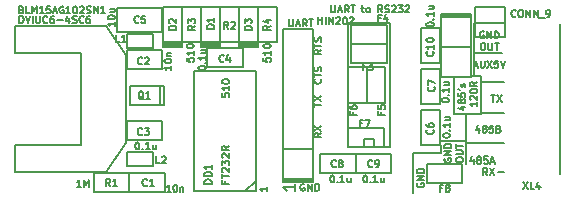
<source format=gbr>
G04 #@! TF.FileFunction,Legend,Top*
%FSLAX46Y46*%
G04 Gerber Fmt 4.6, Leading zero omitted, Abs format (unit mm)*
G04 Created by KiCad (PCBNEW 4.0.0-rc1-stable) date 25.10.2015 0:42:20*
%MOMM*%
G01*
G04 APERTURE LIST*
%ADD10C,0.100000*%
%ADD11C,0.150000*%
%ADD12C,0.127000*%
%ADD13C,0.149860*%
G04 APERTURE END LIST*
D10*
D11*
X163799999Y-80571429D02*
X163799999Y-81057143D01*
X163828571Y-81114286D01*
X163857142Y-81142857D01*
X163914285Y-81171429D01*
X164028571Y-81171429D01*
X164085713Y-81142857D01*
X164114285Y-81114286D01*
X164142856Y-81057143D01*
X164142856Y-80571429D01*
X164399999Y-81000000D02*
X164685713Y-81000000D01*
X164342856Y-81171429D02*
X164542856Y-80571429D01*
X164742856Y-81171429D01*
X165285713Y-81171429D02*
X165085713Y-80885714D01*
X164942856Y-81171429D02*
X164942856Y-80571429D01*
X165171428Y-80571429D01*
X165228570Y-80600000D01*
X165257142Y-80628571D01*
X165285713Y-80685714D01*
X165285713Y-80771429D01*
X165257142Y-80828571D01*
X165228570Y-80857143D01*
X165171428Y-80885714D01*
X164942856Y-80885714D01*
X165457142Y-80571429D02*
X165799999Y-80571429D01*
X165628570Y-81171429D02*
X165628570Y-80571429D01*
X166371428Y-80771429D02*
X166599999Y-80771429D01*
X166457142Y-80571429D02*
X166457142Y-81085714D01*
X166485714Y-81142857D01*
X166542856Y-81171429D01*
X166599999Y-81171429D01*
X166885713Y-81171429D02*
X166828571Y-81142857D01*
X166799999Y-81114286D01*
X166771428Y-81057143D01*
X166771428Y-80885714D01*
X166799999Y-80828571D01*
X166828571Y-80800000D01*
X166885713Y-80771429D01*
X166971428Y-80771429D01*
X167028571Y-80800000D01*
X167057142Y-80828571D01*
X167085713Y-80885714D01*
X167085713Y-81057143D01*
X167057142Y-81114286D01*
X167028571Y-81142857D01*
X166971428Y-81171429D01*
X166885713Y-81171429D01*
X168142856Y-81171429D02*
X167942856Y-80885714D01*
X167799999Y-81171429D02*
X167799999Y-80571429D01*
X168028571Y-80571429D01*
X168085713Y-80600000D01*
X168114285Y-80628571D01*
X168142856Y-80685714D01*
X168142856Y-80771429D01*
X168114285Y-80828571D01*
X168085713Y-80857143D01*
X168028571Y-80885714D01*
X167799999Y-80885714D01*
X168371428Y-81142857D02*
X168457142Y-81171429D01*
X168599999Y-81171429D01*
X168657142Y-81142857D01*
X168685713Y-81114286D01*
X168714285Y-81057143D01*
X168714285Y-81000000D01*
X168685713Y-80942857D01*
X168657142Y-80914286D01*
X168599999Y-80885714D01*
X168485713Y-80857143D01*
X168428571Y-80828571D01*
X168399999Y-80800000D01*
X168371428Y-80742857D01*
X168371428Y-80685714D01*
X168399999Y-80628571D01*
X168428571Y-80600000D01*
X168485713Y-80571429D01*
X168628571Y-80571429D01*
X168714285Y-80600000D01*
X168942857Y-80628571D02*
X168971428Y-80600000D01*
X169028571Y-80571429D01*
X169171428Y-80571429D01*
X169228571Y-80600000D01*
X169257142Y-80628571D01*
X169285714Y-80685714D01*
X169285714Y-80742857D01*
X169257142Y-80828571D01*
X168914285Y-81171429D01*
X169285714Y-81171429D01*
X169485714Y-80571429D02*
X169857143Y-80571429D01*
X169657143Y-80800000D01*
X169742857Y-80800000D01*
X169800000Y-80828571D01*
X169828571Y-80857143D01*
X169857143Y-80914286D01*
X169857143Y-81057143D01*
X169828571Y-81114286D01*
X169800000Y-81142857D01*
X169742857Y-81171429D01*
X169571429Y-81171429D01*
X169514286Y-81142857D01*
X169485714Y-81114286D01*
X170085715Y-80628571D02*
X170114286Y-80600000D01*
X170171429Y-80571429D01*
X170314286Y-80571429D01*
X170371429Y-80600000D01*
X170400000Y-80628571D01*
X170428572Y-80685714D01*
X170428572Y-80742857D01*
X170400000Y-80828571D01*
X170057143Y-81171429D01*
X170428572Y-81171429D01*
X170700000Y-93100000D02*
X170700000Y-96500000D01*
X173100000Y-93100000D02*
X170700000Y-93100000D01*
X173100000Y-92400000D02*
X173100000Y-93100000D01*
X175200000Y-92100000D02*
X173100000Y-92100000D01*
X173405000Y-93557142D02*
X173376429Y-93614285D01*
X173376429Y-93699999D01*
X173405000Y-93785714D01*
X173462143Y-93842856D01*
X173519286Y-93871428D01*
X173633571Y-93899999D01*
X173719286Y-93899999D01*
X173833571Y-93871428D01*
X173890714Y-93842856D01*
X173947857Y-93785714D01*
X173976429Y-93699999D01*
X173976429Y-93642856D01*
X173947857Y-93557142D01*
X173919286Y-93528571D01*
X173719286Y-93528571D01*
X173719286Y-93642856D01*
X173976429Y-93271428D02*
X173376429Y-93271428D01*
X173976429Y-92928571D01*
X173376429Y-92928571D01*
X173976429Y-92642857D02*
X173376429Y-92642857D01*
X173376429Y-92500000D01*
X173405000Y-92414285D01*
X173462143Y-92357143D01*
X173519286Y-92328571D01*
X173633571Y-92300000D01*
X173719286Y-92300000D01*
X173833571Y-92328571D01*
X173890714Y-92357143D01*
X173947857Y-92414285D01*
X173976429Y-92500000D01*
X173976429Y-92642857D01*
X174366429Y-93699999D02*
X174366429Y-93585713D01*
X174395000Y-93528571D01*
X174452143Y-93471428D01*
X174566429Y-93442856D01*
X174766429Y-93442856D01*
X174880714Y-93471428D01*
X174937857Y-93528571D01*
X174966429Y-93585713D01*
X174966429Y-93699999D01*
X174937857Y-93757142D01*
X174880714Y-93814285D01*
X174766429Y-93842856D01*
X174566429Y-93842856D01*
X174452143Y-93814285D01*
X174395000Y-93757142D01*
X174366429Y-93699999D01*
X174366429Y-93185714D02*
X174852143Y-93185714D01*
X174909286Y-93157142D01*
X174937857Y-93128571D01*
X174966429Y-93071428D01*
X174966429Y-92957142D01*
X174937857Y-92900000D01*
X174909286Y-92871428D01*
X174852143Y-92842857D01*
X174366429Y-92842857D01*
X174366429Y-92642857D02*
X174366429Y-92300000D01*
X174966429Y-92471429D02*
X174366429Y-92471429D01*
X171100000Y-95657142D02*
X171071429Y-95714285D01*
X171071429Y-95799999D01*
X171100000Y-95885714D01*
X171157143Y-95942856D01*
X171214286Y-95971428D01*
X171328571Y-95999999D01*
X171414286Y-95999999D01*
X171528571Y-95971428D01*
X171585714Y-95942856D01*
X171642857Y-95885714D01*
X171671429Y-95799999D01*
X171671429Y-95742856D01*
X171642857Y-95657142D01*
X171614286Y-95628571D01*
X171414286Y-95628571D01*
X171414286Y-95742856D01*
X171671429Y-95371428D02*
X171071429Y-95371428D01*
X171671429Y-95028571D01*
X171071429Y-95028571D01*
X171671429Y-94742857D02*
X171071429Y-94742857D01*
X171071429Y-94600000D01*
X171100000Y-94514285D01*
X171157143Y-94457143D01*
X171214286Y-94428571D01*
X171328571Y-94400000D01*
X171414286Y-94400000D01*
X171528571Y-94428571D01*
X171585714Y-94457143D01*
X171642857Y-94514285D01*
X171671429Y-94600000D01*
X171671429Y-94742857D01*
X161542858Y-95700000D02*
X161485715Y-95671429D01*
X161400001Y-95671429D01*
X161314286Y-95700000D01*
X161257144Y-95757143D01*
X161228572Y-95814286D01*
X161200001Y-95928571D01*
X161200001Y-96014286D01*
X161228572Y-96128571D01*
X161257144Y-96185714D01*
X161314286Y-96242857D01*
X161400001Y-96271429D01*
X161457144Y-96271429D01*
X161542858Y-96242857D01*
X161571429Y-96214286D01*
X161571429Y-96014286D01*
X161457144Y-96014286D01*
X161828572Y-96271429D02*
X161828572Y-95671429D01*
X162171429Y-96271429D01*
X162171429Y-95671429D01*
X162457143Y-96271429D02*
X162457143Y-95671429D01*
X162600000Y-95671429D01*
X162685715Y-95700000D01*
X162742857Y-95757143D01*
X162771429Y-95814286D01*
X162800000Y-95928571D01*
X162800000Y-96014286D01*
X162771429Y-96128571D01*
X162742857Y-96185714D01*
X162685715Y-96242857D01*
X162600000Y-96271429D01*
X162457143Y-96271429D01*
X162971429Y-91400000D02*
X162685714Y-91600000D01*
X162971429Y-91742857D02*
X162371429Y-91742857D01*
X162371429Y-91514285D01*
X162400000Y-91457143D01*
X162428571Y-91428571D01*
X162485714Y-91400000D01*
X162571429Y-91400000D01*
X162628571Y-91428571D01*
X162657143Y-91457143D01*
X162685714Y-91514285D01*
X162685714Y-91742857D01*
X162371429Y-91200000D02*
X162971429Y-90800000D01*
X162371429Y-90800000D02*
X162971429Y-91200000D01*
X162371429Y-89157143D02*
X162371429Y-88814286D01*
X162971429Y-88985715D02*
X162371429Y-88985715D01*
X162371429Y-88671429D02*
X162971429Y-88271429D01*
X162371429Y-88271429D02*
X162971429Y-88671429D01*
X162914286Y-86828572D02*
X162942857Y-86857143D01*
X162971429Y-86942857D01*
X162971429Y-87000000D01*
X162942857Y-87085715D01*
X162885714Y-87142857D01*
X162828571Y-87171429D01*
X162714286Y-87200000D01*
X162628571Y-87200000D01*
X162514286Y-87171429D01*
X162457143Y-87142857D01*
X162400000Y-87085715D01*
X162371429Y-87000000D01*
X162371429Y-86942857D01*
X162400000Y-86857143D01*
X162428571Y-86828572D01*
X162371429Y-86657143D02*
X162371429Y-86314286D01*
X162971429Y-86485715D02*
X162371429Y-86485715D01*
X162942857Y-86142857D02*
X162971429Y-86057143D01*
X162971429Y-85914286D01*
X162942857Y-85857143D01*
X162914286Y-85828572D01*
X162857143Y-85800000D01*
X162800000Y-85800000D01*
X162742857Y-85828572D01*
X162714286Y-85857143D01*
X162685714Y-85914286D01*
X162657143Y-86028572D01*
X162628571Y-86085714D01*
X162600000Y-86114286D01*
X162542857Y-86142857D01*
X162485714Y-86142857D01*
X162428571Y-86114286D01*
X162400000Y-86085714D01*
X162371429Y-86028572D01*
X162371429Y-85885714D01*
X162400000Y-85800000D01*
X162971429Y-84328572D02*
X162685714Y-84528572D01*
X162971429Y-84671429D02*
X162371429Y-84671429D01*
X162371429Y-84442857D01*
X162400000Y-84385715D01*
X162428571Y-84357143D01*
X162485714Y-84328572D01*
X162571429Y-84328572D01*
X162628571Y-84357143D01*
X162657143Y-84385715D01*
X162685714Y-84442857D01*
X162685714Y-84671429D01*
X162371429Y-84157143D02*
X162371429Y-83814286D01*
X162971429Y-83985715D02*
X162371429Y-83985715D01*
X162942857Y-83642857D02*
X162971429Y-83557143D01*
X162971429Y-83414286D01*
X162942857Y-83357143D01*
X162914286Y-83328572D01*
X162857143Y-83300000D01*
X162800000Y-83300000D01*
X162742857Y-83328572D01*
X162714286Y-83357143D01*
X162685714Y-83414286D01*
X162657143Y-83528572D01*
X162628571Y-83585714D01*
X162600000Y-83614286D01*
X162542857Y-83642857D01*
X162485714Y-83642857D01*
X162428571Y-83614286D01*
X162400000Y-83585714D01*
X162371429Y-83528572D01*
X162371429Y-83385714D01*
X162400000Y-83300000D01*
X160242857Y-81771429D02*
X160242857Y-82257143D01*
X160271429Y-82314286D01*
X160300000Y-82342857D01*
X160357143Y-82371429D01*
X160471429Y-82371429D01*
X160528571Y-82342857D01*
X160557143Y-82314286D01*
X160585714Y-82257143D01*
X160585714Y-81771429D01*
X160842857Y-82200000D02*
X161128571Y-82200000D01*
X160785714Y-82371429D02*
X160985714Y-81771429D01*
X161185714Y-82371429D01*
X161728571Y-82371429D02*
X161528571Y-82085714D01*
X161385714Y-82371429D02*
X161385714Y-81771429D01*
X161614286Y-81771429D01*
X161671428Y-81800000D01*
X161700000Y-81828571D01*
X161728571Y-81885714D01*
X161728571Y-81971429D01*
X161700000Y-82028571D01*
X161671428Y-82057143D01*
X161614286Y-82085714D01*
X161385714Y-82085714D01*
X161900000Y-81771429D02*
X162242857Y-81771429D01*
X162071428Y-82371429D02*
X162071428Y-81771429D01*
X178400000Y-94700000D02*
X177900000Y-94700000D01*
X175200000Y-92200000D02*
X175200000Y-94000000D01*
X175200000Y-92200000D02*
X175200000Y-89800000D01*
X178400000Y-92200000D02*
X175200000Y-92200000D01*
X178400000Y-89700000D02*
X176500000Y-89700000D01*
X178400000Y-87100000D02*
X176500000Y-87100000D01*
X175900000Y-84600000D02*
X175900000Y-86600000D01*
X175900000Y-82100000D02*
X178400000Y-82100000D01*
X175900000Y-84600000D02*
X175900000Y-82100000D01*
X178300000Y-84600000D02*
X175900000Y-84600000D01*
X176500000Y-86600000D02*
X175700000Y-86600000D01*
X176500000Y-89800000D02*
X176500000Y-86600000D01*
X174200000Y-89800000D02*
X176500000Y-89800000D01*
X174200000Y-86600000D02*
X174200000Y-89800000D01*
X174776429Y-89171429D02*
X175176429Y-89171429D01*
X174547857Y-89314286D02*
X174976429Y-89457143D01*
X174976429Y-89085715D01*
X174833571Y-88771429D02*
X174805000Y-88828571D01*
X174776429Y-88857143D01*
X174719286Y-88885714D01*
X174690714Y-88885714D01*
X174633571Y-88857143D01*
X174605000Y-88828571D01*
X174576429Y-88771429D01*
X174576429Y-88657143D01*
X174605000Y-88600000D01*
X174633571Y-88571429D01*
X174690714Y-88542857D01*
X174719286Y-88542857D01*
X174776429Y-88571429D01*
X174805000Y-88600000D01*
X174833571Y-88657143D01*
X174833571Y-88771429D01*
X174862143Y-88828571D01*
X174890714Y-88857143D01*
X174947857Y-88885714D01*
X175062143Y-88885714D01*
X175119286Y-88857143D01*
X175147857Y-88828571D01*
X175176429Y-88771429D01*
X175176429Y-88657143D01*
X175147857Y-88600000D01*
X175119286Y-88571429D01*
X175062143Y-88542857D01*
X174947857Y-88542857D01*
X174890714Y-88571429D01*
X174862143Y-88600000D01*
X174833571Y-88657143D01*
X174576429Y-88000000D02*
X174576429Y-88285714D01*
X174862143Y-88314285D01*
X174833571Y-88285714D01*
X174805000Y-88228571D01*
X174805000Y-88085714D01*
X174833571Y-88028571D01*
X174862143Y-88000000D01*
X174919286Y-87971428D01*
X175062143Y-87971428D01*
X175119286Y-88000000D01*
X175147857Y-88028571D01*
X175176429Y-88085714D01*
X175176429Y-88228571D01*
X175147857Y-88285714D01*
X175119286Y-88314285D01*
X174576429Y-87685713D02*
X174690714Y-87742856D01*
X175147857Y-87457142D02*
X175176429Y-87399999D01*
X175176429Y-87285714D01*
X175147857Y-87228571D01*
X175090714Y-87199999D01*
X175062143Y-87199999D01*
X175005000Y-87228571D01*
X174976429Y-87285714D01*
X174976429Y-87371428D01*
X174947857Y-87428571D01*
X174890714Y-87457142D01*
X174862143Y-87457142D01*
X174805000Y-87428571D01*
X174776429Y-87371428D01*
X174776429Y-87285714D01*
X174805000Y-87228571D01*
X176166429Y-88800000D02*
X176166429Y-89142857D01*
X176166429Y-88971429D02*
X175566429Y-88971429D01*
X175652143Y-89028572D01*
X175709286Y-89085714D01*
X175737857Y-89142857D01*
X175623571Y-88571428D02*
X175595000Y-88542857D01*
X175566429Y-88485714D01*
X175566429Y-88342857D01*
X175595000Y-88285714D01*
X175623571Y-88257143D01*
X175680714Y-88228571D01*
X175737857Y-88228571D01*
X175823571Y-88257143D01*
X176166429Y-88600000D01*
X176166429Y-88228571D01*
X175566429Y-87857142D02*
X175566429Y-87799999D01*
X175595000Y-87742856D01*
X175623571Y-87714285D01*
X175680714Y-87685714D01*
X175795000Y-87657142D01*
X175937857Y-87657142D01*
X176052143Y-87685714D01*
X176109286Y-87714285D01*
X176137857Y-87742856D01*
X176166429Y-87799999D01*
X176166429Y-87857142D01*
X176137857Y-87914285D01*
X176109286Y-87942856D01*
X176052143Y-87971428D01*
X175937857Y-87999999D01*
X175795000Y-87999999D01*
X175680714Y-87971428D01*
X175623571Y-87942856D01*
X175595000Y-87914285D01*
X175566429Y-87857142D01*
X176166429Y-87057142D02*
X175880714Y-87257142D01*
X176166429Y-87399999D02*
X175566429Y-87399999D01*
X175566429Y-87171427D01*
X175595000Y-87114285D01*
X175623571Y-87085713D01*
X175680714Y-87057142D01*
X175766429Y-87057142D01*
X175823571Y-87085713D01*
X175852143Y-87114285D01*
X175880714Y-87171427D01*
X175880714Y-87399999D01*
X176742858Y-82805000D02*
X176685715Y-82776429D01*
X176600001Y-82776429D01*
X176514286Y-82805000D01*
X176457144Y-82862143D01*
X176428572Y-82919286D01*
X176400001Y-83033571D01*
X176400001Y-83119286D01*
X176428572Y-83233571D01*
X176457144Y-83290714D01*
X176514286Y-83347857D01*
X176600001Y-83376429D01*
X176657144Y-83376429D01*
X176742858Y-83347857D01*
X176771429Y-83319286D01*
X176771429Y-83119286D01*
X176657144Y-83119286D01*
X177028572Y-83376429D02*
X177028572Y-82776429D01*
X177371429Y-83376429D01*
X177371429Y-82776429D01*
X177657143Y-83376429D02*
X177657143Y-82776429D01*
X177800000Y-82776429D01*
X177885715Y-82805000D01*
X177942857Y-82862143D01*
X177971429Y-82919286D01*
X178000000Y-83033571D01*
X178000000Y-83119286D01*
X177971429Y-83233571D01*
X177942857Y-83290714D01*
X177885715Y-83347857D01*
X177800000Y-83376429D01*
X177657143Y-83376429D01*
X176600001Y-83766429D02*
X176714287Y-83766429D01*
X176771429Y-83795000D01*
X176828572Y-83852143D01*
X176857144Y-83966429D01*
X176857144Y-84166429D01*
X176828572Y-84280714D01*
X176771429Y-84337857D01*
X176714287Y-84366429D01*
X176600001Y-84366429D01*
X176542858Y-84337857D01*
X176485715Y-84280714D01*
X176457144Y-84166429D01*
X176457144Y-83966429D01*
X176485715Y-83852143D01*
X176542858Y-83795000D01*
X176600001Y-83766429D01*
X177114286Y-83766429D02*
X177114286Y-84252143D01*
X177142858Y-84309286D01*
X177171429Y-84337857D01*
X177228572Y-84366429D01*
X177342858Y-84366429D01*
X177400000Y-84337857D01*
X177428572Y-84309286D01*
X177457143Y-84252143D01*
X177457143Y-83766429D01*
X177657143Y-83766429D02*
X178000000Y-83766429D01*
X177828571Y-84366429D02*
X177828571Y-83766429D01*
X175914286Y-85700000D02*
X176200000Y-85700000D01*
X175857143Y-85871429D02*
X176057143Y-85271429D01*
X176257143Y-85871429D01*
X176457143Y-85271429D02*
X176457143Y-85757143D01*
X176485715Y-85814286D01*
X176514286Y-85842857D01*
X176571429Y-85871429D01*
X176685715Y-85871429D01*
X176742857Y-85842857D01*
X176771429Y-85814286D01*
X176800000Y-85757143D01*
X176800000Y-85271429D01*
X177028571Y-85271429D02*
X177428571Y-85871429D01*
X177428571Y-85271429D02*
X177028571Y-85871429D01*
X177942857Y-85271429D02*
X177657143Y-85271429D01*
X177628572Y-85557143D01*
X177657143Y-85528571D01*
X177714286Y-85500000D01*
X177857143Y-85500000D01*
X177914286Y-85528571D01*
X177942857Y-85557143D01*
X177971429Y-85614286D01*
X177971429Y-85757143D01*
X177942857Y-85814286D01*
X177914286Y-85842857D01*
X177857143Y-85871429D01*
X177714286Y-85871429D01*
X177657143Y-85842857D01*
X177628572Y-85814286D01*
X178142858Y-85271429D02*
X178342858Y-85871429D01*
X178542858Y-85271429D01*
X177342857Y-88171429D02*
X177685714Y-88171429D01*
X177514285Y-88771429D02*
X177514285Y-88171429D01*
X177828571Y-88171429D02*
X178228571Y-88771429D01*
X178228571Y-88171429D02*
X177828571Y-88771429D01*
X176342857Y-90971429D02*
X176342857Y-91371429D01*
X176200000Y-90742857D02*
X176057143Y-91171429D01*
X176428571Y-91171429D01*
X176742857Y-91028571D02*
X176685715Y-91000000D01*
X176657143Y-90971429D01*
X176628572Y-90914286D01*
X176628572Y-90885714D01*
X176657143Y-90828571D01*
X176685715Y-90800000D01*
X176742857Y-90771429D01*
X176857143Y-90771429D01*
X176914286Y-90800000D01*
X176942857Y-90828571D01*
X176971429Y-90885714D01*
X176971429Y-90914286D01*
X176942857Y-90971429D01*
X176914286Y-91000000D01*
X176857143Y-91028571D01*
X176742857Y-91028571D01*
X176685715Y-91057143D01*
X176657143Y-91085714D01*
X176628572Y-91142857D01*
X176628572Y-91257143D01*
X176657143Y-91314286D01*
X176685715Y-91342857D01*
X176742857Y-91371429D01*
X176857143Y-91371429D01*
X176914286Y-91342857D01*
X176942857Y-91314286D01*
X176971429Y-91257143D01*
X176971429Y-91142857D01*
X176942857Y-91085714D01*
X176914286Y-91057143D01*
X176857143Y-91028571D01*
X177514286Y-90771429D02*
X177228572Y-90771429D01*
X177200001Y-91057143D01*
X177228572Y-91028571D01*
X177285715Y-91000000D01*
X177428572Y-91000000D01*
X177485715Y-91028571D01*
X177514286Y-91057143D01*
X177542858Y-91114286D01*
X177542858Y-91257143D01*
X177514286Y-91314286D01*
X177485715Y-91342857D01*
X177428572Y-91371429D01*
X177285715Y-91371429D01*
X177228572Y-91342857D01*
X177200001Y-91314286D01*
X178000001Y-91057143D02*
X178085715Y-91085714D01*
X178114287Y-91114286D01*
X178142858Y-91171429D01*
X178142858Y-91257143D01*
X178114287Y-91314286D01*
X178085715Y-91342857D01*
X178028573Y-91371429D01*
X177800001Y-91371429D01*
X177800001Y-90771429D01*
X178000001Y-90771429D01*
X178057144Y-90800000D01*
X178085715Y-90828571D01*
X178114287Y-90885714D01*
X178114287Y-90942857D01*
X178085715Y-91000000D01*
X178057144Y-91028571D01*
X178000001Y-91057143D01*
X177800001Y-91057143D01*
X175871427Y-93576429D02*
X175871427Y-93976429D01*
X175728570Y-93347857D02*
X175585713Y-93776429D01*
X175957141Y-93776429D01*
X176271427Y-93633571D02*
X176214285Y-93605000D01*
X176185713Y-93576429D01*
X176157142Y-93519286D01*
X176157142Y-93490714D01*
X176185713Y-93433571D01*
X176214285Y-93405000D01*
X176271427Y-93376429D01*
X176385713Y-93376429D01*
X176442856Y-93405000D01*
X176471427Y-93433571D01*
X176499999Y-93490714D01*
X176499999Y-93519286D01*
X176471427Y-93576429D01*
X176442856Y-93605000D01*
X176385713Y-93633571D01*
X176271427Y-93633571D01*
X176214285Y-93662143D01*
X176185713Y-93690714D01*
X176157142Y-93747857D01*
X176157142Y-93862143D01*
X176185713Y-93919286D01*
X176214285Y-93947857D01*
X176271427Y-93976429D01*
X176385713Y-93976429D01*
X176442856Y-93947857D01*
X176471427Y-93919286D01*
X176499999Y-93862143D01*
X176499999Y-93747857D01*
X176471427Y-93690714D01*
X176442856Y-93662143D01*
X176385713Y-93633571D01*
X177042856Y-93376429D02*
X176757142Y-93376429D01*
X176728571Y-93662143D01*
X176757142Y-93633571D01*
X176814285Y-93605000D01*
X176957142Y-93605000D01*
X177014285Y-93633571D01*
X177042856Y-93662143D01*
X177071428Y-93719286D01*
X177071428Y-93862143D01*
X177042856Y-93919286D01*
X177014285Y-93947857D01*
X176957142Y-93976429D01*
X176814285Y-93976429D01*
X176757142Y-93947857D01*
X176728571Y-93919286D01*
X177300000Y-93805000D02*
X177585714Y-93805000D01*
X177242857Y-93976429D02*
X177442857Y-93376429D01*
X177642857Y-93976429D01*
X177014285Y-94966429D02*
X176814285Y-94680714D01*
X176671428Y-94966429D02*
X176671428Y-94366429D01*
X176900000Y-94366429D01*
X176957142Y-94395000D01*
X176985714Y-94423571D01*
X177014285Y-94480714D01*
X177014285Y-94566429D01*
X176985714Y-94623571D01*
X176957142Y-94652143D01*
X176900000Y-94680714D01*
X176671428Y-94680714D01*
X177214285Y-94366429D02*
X177614285Y-94966429D01*
X177614285Y-94366429D02*
X177214285Y-94966429D01*
X146700000Y-95600000D02*
X146700000Y-94800000D01*
X146700000Y-94800000D02*
X149700000Y-94800000D01*
X149700000Y-94800000D02*
X149700000Y-96400000D01*
X149700000Y-96400000D02*
X146700000Y-96400000D01*
X146700000Y-96400000D02*
X146700000Y-95600000D01*
X149500000Y-85200000D02*
X149500000Y-86000000D01*
X149500000Y-86000000D02*
X146500000Y-86000000D01*
X146500000Y-86000000D02*
X146500000Y-84400000D01*
X146500000Y-84400000D02*
X149500000Y-84400000D01*
X149500000Y-84400000D02*
X149500000Y-85200000D01*
X146500000Y-91200000D02*
X146500000Y-90400000D01*
X146500000Y-90400000D02*
X149500000Y-90400000D01*
X149500000Y-90400000D02*
X149500000Y-92000000D01*
X149500000Y-92000000D02*
X146500000Y-92000000D01*
X146500000Y-92000000D02*
X146500000Y-91200000D01*
X153300000Y-85000000D02*
X153300000Y-84200000D01*
X153300000Y-84200000D02*
X156300000Y-84200000D01*
X156300000Y-84200000D02*
X156300000Y-85800000D01*
X156300000Y-85800000D02*
X153300000Y-85800000D01*
X153300000Y-85800000D02*
X153300000Y-85000000D01*
X145700000Y-80800000D02*
X149500000Y-80800000D01*
X149500000Y-80800000D02*
X149500000Y-82800000D01*
X149500000Y-82800000D02*
X145700000Y-82800000D01*
X145700000Y-82800000D02*
X145700000Y-80800000D01*
X172208000Y-89440500D02*
X173008000Y-89440500D01*
X173008000Y-89440500D02*
X173008000Y-92440500D01*
X173008000Y-92440500D02*
X171408000Y-92440500D01*
X171408000Y-92440500D02*
X171408000Y-89440500D01*
X171408000Y-89440500D02*
X172208000Y-89440500D01*
X172208000Y-85965900D02*
X173008000Y-85965900D01*
X173008000Y-85965900D02*
X173008000Y-88965900D01*
X173008000Y-88965900D02*
X171408000Y-88965900D01*
X171408000Y-88965900D02*
X171408000Y-85965900D01*
X171408000Y-85965900D02*
X172208000Y-85965900D01*
X162900000Y-94000000D02*
X162900000Y-93200000D01*
X162900000Y-93200000D02*
X165900000Y-93200000D01*
X165900000Y-93200000D02*
X165900000Y-94800000D01*
X165900000Y-94800000D02*
X162900000Y-94800000D01*
X162900000Y-94800000D02*
X162900000Y-94000000D01*
X168900000Y-94000000D02*
X168900000Y-94800000D01*
X168900000Y-94800000D02*
X165900000Y-94800000D01*
X165900000Y-94800000D02*
X165900000Y-93200000D01*
X165900000Y-93200000D02*
X168900000Y-93200000D01*
X168900000Y-93200000D02*
X168900000Y-94000000D01*
X172200000Y-85500000D02*
X171400000Y-85500000D01*
X171400000Y-85500000D02*
X171400000Y-82500000D01*
X171400000Y-82500000D02*
X173000000Y-82500000D01*
X173000000Y-82500000D02*
X173000000Y-85500000D01*
X173000000Y-85500000D02*
X172200000Y-85500000D01*
X154400000Y-83900000D02*
X154400000Y-84100000D01*
X154400000Y-84100000D02*
X152800000Y-84100000D01*
X152800000Y-84100000D02*
X152800000Y-83900000D01*
X154400000Y-83700000D02*
X154400000Y-83850000D01*
X154400000Y-83850000D02*
X152800000Y-83850000D01*
X152800000Y-83850000D02*
X152800000Y-83700000D01*
X152800000Y-83700000D02*
X152800000Y-83950000D01*
X152800000Y-83950000D02*
X154400000Y-83950000D01*
X154400000Y-83950000D02*
X154400000Y-83850000D01*
X153600000Y-80700000D02*
X154400000Y-80700000D01*
X154400000Y-80700000D02*
X154400000Y-83700000D01*
X154400000Y-83700000D02*
X152800000Y-83700000D01*
X152800000Y-83700000D02*
X152800000Y-80700000D01*
X152800000Y-80700000D02*
X153700000Y-80700000D01*
X151200000Y-83900000D02*
X151200000Y-84100000D01*
X151200000Y-84100000D02*
X149600000Y-84100000D01*
X149600000Y-84100000D02*
X149600000Y-83900000D01*
X151200000Y-83700000D02*
X151200000Y-83850000D01*
X151200000Y-83850000D02*
X149600000Y-83850000D01*
X149600000Y-83850000D02*
X149600000Y-83700000D01*
X149600000Y-83700000D02*
X149600000Y-83950000D01*
X149600000Y-83950000D02*
X151200000Y-83950000D01*
X151200000Y-83950000D02*
X151200000Y-83850000D01*
X150400000Y-80700000D02*
X151200000Y-80700000D01*
X151200000Y-80700000D02*
X151200000Y-83700000D01*
X151200000Y-83700000D02*
X149600000Y-83700000D01*
X149600000Y-83700000D02*
X149600000Y-80700000D01*
X149600000Y-80700000D02*
X150500000Y-80700000D01*
X157600000Y-83900000D02*
X157600000Y-84100000D01*
X157600000Y-84100000D02*
X156000000Y-84100000D01*
X156000000Y-84100000D02*
X156000000Y-83900000D01*
X157600000Y-83700000D02*
X157600000Y-83850000D01*
X157600000Y-83850000D02*
X156000000Y-83850000D01*
X156000000Y-83850000D02*
X156000000Y-83700000D01*
X156000000Y-83700000D02*
X156000000Y-83950000D01*
X156000000Y-83950000D02*
X157600000Y-83950000D01*
X157600000Y-83950000D02*
X157600000Y-83850000D01*
X156800000Y-80700000D02*
X157600000Y-80700000D01*
X157600000Y-80700000D02*
X157600000Y-83700000D01*
X157600000Y-83700000D02*
X156000000Y-83700000D01*
X156000000Y-83700000D02*
X156000000Y-80700000D01*
X156000000Y-80700000D02*
X156900000Y-80700000D01*
D12*
X168800860Y-92599940D02*
X168800860Y-82099580D01*
X168800860Y-82099580D02*
X165199140Y-82099580D01*
X165199140Y-82099580D02*
X165199140Y-92599940D01*
X166601220Y-92599940D02*
X166601220Y-91898900D01*
X166601220Y-91898900D02*
X167398780Y-91898900D01*
X167398780Y-91898900D02*
X167398780Y-92599940D01*
X167398780Y-92599940D02*
X167299720Y-92599940D01*
X168800860Y-92599940D02*
X165199140Y-92599940D01*
D11*
X156550000Y-96300000D02*
X157400000Y-95450000D01*
X152200000Y-86100000D02*
X152200000Y-91200000D01*
X152200000Y-91200000D02*
X152200000Y-96300000D01*
X152200000Y-96300000D02*
X157400000Y-96300000D01*
X157400000Y-96300000D02*
X157400000Y-91200000D01*
X157400000Y-91200000D02*
X157400000Y-86100000D01*
X157400000Y-86100000D02*
X152200000Y-86100000D01*
X168508000Y-84665900D02*
X168508000Y-85465900D01*
X168508000Y-85465900D02*
X165508000Y-85465900D01*
X165508000Y-85465900D02*
X165508000Y-83865900D01*
X165508000Y-83865900D02*
X168508000Y-83865900D01*
X168508000Y-83865900D02*
X168508000Y-84665900D01*
X168508000Y-83065900D02*
X168508000Y-83865900D01*
X168508000Y-83865900D02*
X165508000Y-83865900D01*
X165508000Y-83865900D02*
X165508000Y-82265900D01*
X165508000Y-82265900D02*
X168508000Y-82265900D01*
X168508000Y-82265900D02*
X168508000Y-83065900D01*
X167600000Y-88841000D02*
X166800000Y-88841000D01*
X166800000Y-88841000D02*
X166800000Y-85841000D01*
X166800000Y-85841000D02*
X168400000Y-85841000D01*
X168400000Y-85841000D02*
X168400000Y-88841000D01*
X168400000Y-88841000D02*
X167600000Y-88841000D01*
X166000000Y-88841000D02*
X165200000Y-88841000D01*
X165200000Y-88841000D02*
X165200000Y-85841000D01*
X165200000Y-85841000D02*
X166800000Y-85841000D01*
X166800000Y-85841000D02*
X166800000Y-88841000D01*
X166800000Y-88841000D02*
X166000000Y-88841000D01*
X168240900Y-91788500D02*
X168240900Y-92588500D01*
X168240900Y-92588500D02*
X165240900Y-92588500D01*
X165240900Y-92588500D02*
X165240900Y-90988500D01*
X165240900Y-90988500D02*
X168240900Y-90988500D01*
X168240900Y-90988500D02*
X168240900Y-91788500D01*
X174881100Y-94782300D02*
X174881100Y-95582300D01*
X174881100Y-95582300D02*
X171881100Y-95582300D01*
X171881100Y-95582300D02*
X171881100Y-93982300D01*
X171881100Y-93982300D02*
X174881100Y-93982300D01*
X174881100Y-93982300D02*
X174881100Y-94782300D01*
X147600000Y-84200000D02*
X146500000Y-84200000D01*
X146500000Y-84200000D02*
X146500000Y-83000000D01*
X146500000Y-83000000D02*
X148700000Y-83000000D01*
X148700000Y-83000000D02*
X148700000Y-84200000D01*
X148700000Y-84200000D02*
X147600000Y-84200000D01*
X147600000Y-94200000D02*
X146500000Y-94200000D01*
X146500000Y-94200000D02*
X146500000Y-93000000D01*
X146500000Y-93000000D02*
X148700000Y-93000000D01*
X148700000Y-93000000D02*
X148700000Y-94200000D01*
X148700000Y-94200000D02*
X147600000Y-94200000D01*
X146700000Y-95600000D02*
X146700000Y-96400000D01*
X146700000Y-96400000D02*
X143700000Y-96400000D01*
X143700000Y-96400000D02*
X143700000Y-94800000D01*
X143700000Y-94800000D02*
X146700000Y-94800000D01*
X146700000Y-94800000D02*
X146700000Y-95600000D01*
X155200000Y-83700000D02*
X154400000Y-83700000D01*
X154400000Y-83700000D02*
X154400000Y-80700000D01*
X154400000Y-80700000D02*
X156000000Y-80700000D01*
X156000000Y-80700000D02*
X156000000Y-83700000D01*
X156000000Y-83700000D02*
X155200000Y-83700000D01*
X152000000Y-83700000D02*
X151200000Y-83700000D01*
X151200000Y-83700000D02*
X151200000Y-80700000D01*
X151200000Y-80700000D02*
X152800000Y-80700000D01*
X152800000Y-80700000D02*
X152800000Y-83700000D01*
X152800000Y-83700000D02*
X152000000Y-83700000D01*
X158400000Y-83700000D02*
X157600000Y-83700000D01*
X157600000Y-83700000D02*
X157600000Y-80700000D01*
X157600000Y-80700000D02*
X159200000Y-80700000D01*
X159200000Y-80700000D02*
X159200000Y-83700000D01*
X159200000Y-83700000D02*
X158400000Y-83700000D01*
X137000000Y-84600000D02*
X137000000Y-82300000D01*
X137000000Y-82300000D02*
X144700000Y-82300000D01*
X144700000Y-82300000D02*
X146400000Y-84800000D01*
X146400000Y-84800000D02*
X146400000Y-92200000D01*
X146400000Y-92200000D02*
X144700000Y-94700000D01*
X144700000Y-94700000D02*
X137000000Y-94700000D01*
X137000000Y-94700000D02*
X137000000Y-92400000D01*
X137000000Y-84600000D02*
X142600000Y-84600000D01*
X142600000Y-84600000D02*
X142600000Y-92400000D01*
X142600000Y-92400000D02*
X137000000Y-92400000D01*
X162270000Y-82570000D02*
X162270000Y-85110000D01*
X159730000Y-85110000D02*
X159730000Y-82570000D01*
X162270000Y-95270000D02*
X162270000Y-95524000D01*
X162270000Y-95524000D02*
X159730000Y-95524000D01*
X159730000Y-95524000D02*
X159730000Y-95270000D01*
X159730000Y-95270000D02*
X159730000Y-95397000D01*
X159730000Y-95397000D02*
X162270000Y-95397000D01*
X159730000Y-92730000D02*
X162270000Y-92730000D01*
X159730000Y-95270000D02*
X159730000Y-85110000D01*
X159730000Y-82570000D02*
X162270000Y-82570000D01*
X162270000Y-85110000D02*
X162270000Y-95270000D01*
X162270000Y-95270000D02*
X159730000Y-95270000D01*
X178480700Y-83297200D02*
X175940700Y-83297200D01*
X175940700Y-80757200D02*
X178480700Y-80757200D01*
X178480700Y-80757200D02*
X178480700Y-83297200D01*
X175940700Y-83297200D02*
X175940700Y-80757200D01*
X173130000Y-86610000D02*
X173130000Y-81530000D01*
X175670000Y-86610000D02*
X175670000Y-81530000D01*
X173130000Y-81403000D02*
X173130000Y-81530000D01*
X175670000Y-81530000D02*
X175670000Y-81276000D01*
X175670000Y-81276000D02*
X173130000Y-81276000D01*
X173130000Y-81276000D02*
X173130000Y-81403000D01*
X173130000Y-81403000D02*
X175543000Y-81403000D01*
X175670000Y-84070000D02*
X173130000Y-84070000D01*
X175670000Y-86610000D02*
X173130000Y-86610000D01*
X173130000Y-81530000D02*
X175670000Y-81530000D01*
X149300000Y-87400000D02*
X149300000Y-89000000D01*
D13*
X149650340Y-87399900D02*
X149650340Y-89000100D01*
X149650340Y-89000100D02*
X146749660Y-89000100D01*
X146749660Y-89000100D02*
X146749660Y-87399900D01*
X146749660Y-87399900D02*
X149650340Y-87399900D01*
D11*
X183200000Y-82150000D02*
X183200000Y-94850000D01*
X148200000Y-95814286D02*
X148171429Y-95842857D01*
X148085715Y-95871429D01*
X148028572Y-95871429D01*
X147942857Y-95842857D01*
X147885715Y-95785714D01*
X147857143Y-95728571D01*
X147828572Y-95614286D01*
X147828572Y-95528571D01*
X147857143Y-95414286D01*
X147885715Y-95357143D01*
X147942857Y-95300000D01*
X148028572Y-95271429D01*
X148085715Y-95271429D01*
X148171429Y-95300000D01*
X148200000Y-95328571D01*
X148771429Y-95871429D02*
X148428572Y-95871429D01*
X148600000Y-95871429D02*
X148600000Y-95271429D01*
X148542857Y-95357143D01*
X148485715Y-95414286D01*
X148428572Y-95442857D01*
X150214286Y-96371429D02*
X149871429Y-96371429D01*
X150042857Y-96371429D02*
X150042857Y-95771429D01*
X149985714Y-95857143D01*
X149928572Y-95914286D01*
X149871429Y-95942857D01*
X150585715Y-95771429D02*
X150642858Y-95771429D01*
X150700001Y-95800000D01*
X150728572Y-95828571D01*
X150757143Y-95885714D01*
X150785715Y-96000000D01*
X150785715Y-96142857D01*
X150757143Y-96257143D01*
X150728572Y-96314286D01*
X150700001Y-96342857D01*
X150642858Y-96371429D01*
X150585715Y-96371429D01*
X150528572Y-96342857D01*
X150500001Y-96314286D01*
X150471429Y-96257143D01*
X150442858Y-96142857D01*
X150442858Y-96000000D01*
X150471429Y-95885714D01*
X150500001Y-95828571D01*
X150528572Y-95800000D01*
X150585715Y-95771429D01*
X151042858Y-95971429D02*
X151042858Y-96371429D01*
X151042858Y-96028571D02*
X151071430Y-96000000D01*
X151128572Y-95971429D01*
X151214287Y-95971429D01*
X151271430Y-96000000D01*
X151300001Y-96057143D01*
X151300001Y-96371429D01*
X147800000Y-85514286D02*
X147771429Y-85542857D01*
X147685715Y-85571429D01*
X147628572Y-85571429D01*
X147542857Y-85542857D01*
X147485715Y-85485714D01*
X147457143Y-85428571D01*
X147428572Y-85314286D01*
X147428572Y-85228571D01*
X147457143Y-85114286D01*
X147485715Y-85057143D01*
X147542857Y-85000000D01*
X147628572Y-84971429D01*
X147685715Y-84971429D01*
X147771429Y-85000000D01*
X147800000Y-85028571D01*
X148028572Y-85028571D02*
X148057143Y-85000000D01*
X148114286Y-84971429D01*
X148257143Y-84971429D01*
X148314286Y-85000000D01*
X148342857Y-85028571D01*
X148371429Y-85085714D01*
X148371429Y-85142857D01*
X148342857Y-85228571D01*
X148000000Y-85571429D01*
X148371429Y-85571429D01*
X150271429Y-85685714D02*
X150271429Y-86028571D01*
X150271429Y-85857143D02*
X149671429Y-85857143D01*
X149757143Y-85914286D01*
X149814286Y-85971428D01*
X149842857Y-86028571D01*
X149671429Y-85314285D02*
X149671429Y-85257142D01*
X149700000Y-85199999D01*
X149728571Y-85171428D01*
X149785714Y-85142857D01*
X149900000Y-85114285D01*
X150042857Y-85114285D01*
X150157143Y-85142857D01*
X150214286Y-85171428D01*
X150242857Y-85199999D01*
X150271429Y-85257142D01*
X150271429Y-85314285D01*
X150242857Y-85371428D01*
X150214286Y-85399999D01*
X150157143Y-85428571D01*
X150042857Y-85457142D01*
X149900000Y-85457142D01*
X149785714Y-85428571D01*
X149728571Y-85399999D01*
X149700000Y-85371428D01*
X149671429Y-85314285D01*
X149871429Y-84857142D02*
X150271429Y-84857142D01*
X149928571Y-84857142D02*
X149900000Y-84828570D01*
X149871429Y-84771428D01*
X149871429Y-84685713D01*
X149900000Y-84628570D01*
X149957143Y-84599999D01*
X150271429Y-84599999D01*
X147800000Y-91514286D02*
X147771429Y-91542857D01*
X147685715Y-91571429D01*
X147628572Y-91571429D01*
X147542857Y-91542857D01*
X147485715Y-91485714D01*
X147457143Y-91428571D01*
X147428572Y-91314286D01*
X147428572Y-91228571D01*
X147457143Y-91114286D01*
X147485715Y-91057143D01*
X147542857Y-91000000D01*
X147628572Y-90971429D01*
X147685715Y-90971429D01*
X147771429Y-91000000D01*
X147800000Y-91028571D01*
X148000000Y-90971429D02*
X148371429Y-90971429D01*
X148171429Y-91200000D01*
X148257143Y-91200000D01*
X148314286Y-91228571D01*
X148342857Y-91257143D01*
X148371429Y-91314286D01*
X148371429Y-91457143D01*
X148342857Y-91514286D01*
X148314286Y-91542857D01*
X148257143Y-91571429D01*
X148085715Y-91571429D01*
X148028572Y-91542857D01*
X148000000Y-91514286D01*
X147371429Y-92171429D02*
X147428572Y-92171429D01*
X147485715Y-92200000D01*
X147514286Y-92228571D01*
X147542857Y-92285714D01*
X147571429Y-92400000D01*
X147571429Y-92542857D01*
X147542857Y-92657143D01*
X147514286Y-92714286D01*
X147485715Y-92742857D01*
X147428572Y-92771429D01*
X147371429Y-92771429D01*
X147314286Y-92742857D01*
X147285715Y-92714286D01*
X147257143Y-92657143D01*
X147228572Y-92542857D01*
X147228572Y-92400000D01*
X147257143Y-92285714D01*
X147285715Y-92228571D01*
X147314286Y-92200000D01*
X147371429Y-92171429D01*
X147828572Y-92714286D02*
X147857144Y-92742857D01*
X147828572Y-92771429D01*
X147800001Y-92742857D01*
X147828572Y-92714286D01*
X147828572Y-92771429D01*
X148428572Y-92771429D02*
X148085715Y-92771429D01*
X148257143Y-92771429D02*
X148257143Y-92171429D01*
X148200000Y-92257143D01*
X148142858Y-92314286D01*
X148085715Y-92342857D01*
X148942858Y-92371429D02*
X148942858Y-92771429D01*
X148685715Y-92371429D02*
X148685715Y-92685714D01*
X148714287Y-92742857D01*
X148771429Y-92771429D01*
X148857144Y-92771429D01*
X148914287Y-92742857D01*
X148942858Y-92714286D01*
X154700000Y-85314286D02*
X154671429Y-85342857D01*
X154585715Y-85371429D01*
X154528572Y-85371429D01*
X154442857Y-85342857D01*
X154385715Y-85285714D01*
X154357143Y-85228571D01*
X154328572Y-85114286D01*
X154328572Y-85028571D01*
X154357143Y-84914286D01*
X154385715Y-84857143D01*
X154442857Y-84800000D01*
X154528572Y-84771429D01*
X154585715Y-84771429D01*
X154671429Y-84800000D01*
X154700000Y-84828571D01*
X155214286Y-84971429D02*
X155214286Y-85371429D01*
X155071429Y-84742857D02*
X154928572Y-85171429D01*
X155300000Y-85171429D01*
X152571429Y-85928571D02*
X152571429Y-85871428D01*
X152600000Y-85814285D01*
X152628571Y-85785714D01*
X152685714Y-85757143D01*
X152800000Y-85728571D01*
X152942857Y-85728571D01*
X153057143Y-85757143D01*
X153114286Y-85785714D01*
X153142857Y-85814285D01*
X153171429Y-85871428D01*
X153171429Y-85928571D01*
X153142857Y-85985714D01*
X153114286Y-86014285D01*
X153057143Y-86042857D01*
X152942857Y-86071428D01*
X152800000Y-86071428D01*
X152685714Y-86042857D01*
X152628571Y-86014285D01*
X152600000Y-85985714D01*
X152571429Y-85928571D01*
X153114286Y-85471428D02*
X153142857Y-85442856D01*
X153171429Y-85471428D01*
X153142857Y-85499999D01*
X153114286Y-85471428D01*
X153171429Y-85471428D01*
X153171429Y-84871428D02*
X153171429Y-85214285D01*
X153171429Y-85042857D02*
X152571429Y-85042857D01*
X152657143Y-85100000D01*
X152714286Y-85157142D01*
X152742857Y-85214285D01*
X152771429Y-84357142D02*
X153171429Y-84357142D01*
X152771429Y-84614285D02*
X153085714Y-84614285D01*
X153142857Y-84585713D01*
X153171429Y-84528571D01*
X153171429Y-84442856D01*
X153142857Y-84385713D01*
X153114286Y-84357142D01*
X147500000Y-82014286D02*
X147471429Y-82042857D01*
X147385715Y-82071429D01*
X147328572Y-82071429D01*
X147242857Y-82042857D01*
X147185715Y-81985714D01*
X147157143Y-81928571D01*
X147128572Y-81814286D01*
X147128572Y-81728571D01*
X147157143Y-81614286D01*
X147185715Y-81557143D01*
X147242857Y-81500000D01*
X147328572Y-81471429D01*
X147385715Y-81471429D01*
X147471429Y-81500000D01*
X147500000Y-81528571D01*
X148042857Y-81471429D02*
X147757143Y-81471429D01*
X147728572Y-81757143D01*
X147757143Y-81728571D01*
X147814286Y-81700000D01*
X147957143Y-81700000D01*
X148014286Y-81728571D01*
X148042857Y-81757143D01*
X148071429Y-81814286D01*
X148071429Y-81957143D01*
X148042857Y-82014286D01*
X148014286Y-82042857D01*
X147957143Y-82071429D01*
X147814286Y-82071429D01*
X147757143Y-82042857D01*
X147728572Y-82014286D01*
X145471429Y-81985714D02*
X145471429Y-82328571D01*
X145471429Y-82157143D02*
X144871429Y-82157143D01*
X144957143Y-82214286D01*
X145014286Y-82271428D01*
X145042857Y-82328571D01*
X144871429Y-81614285D02*
X144871429Y-81557142D01*
X144900000Y-81499999D01*
X144928571Y-81471428D01*
X144985714Y-81442857D01*
X145100000Y-81414285D01*
X145242857Y-81414285D01*
X145357143Y-81442857D01*
X145414286Y-81471428D01*
X145442857Y-81499999D01*
X145471429Y-81557142D01*
X145471429Y-81614285D01*
X145442857Y-81671428D01*
X145414286Y-81699999D01*
X145357143Y-81728571D01*
X145242857Y-81757142D01*
X145100000Y-81757142D01*
X144985714Y-81728571D01*
X144928571Y-81699999D01*
X144900000Y-81671428D01*
X144871429Y-81614285D01*
X145071429Y-80899999D02*
X145471429Y-80899999D01*
X145071429Y-81157142D02*
X145385714Y-81157142D01*
X145442857Y-81128570D01*
X145471429Y-81071428D01*
X145471429Y-80985713D01*
X145442857Y-80928570D01*
X145414286Y-80899999D01*
X172414286Y-91100000D02*
X172442857Y-91128571D01*
X172471429Y-91214285D01*
X172471429Y-91271428D01*
X172442857Y-91357143D01*
X172385714Y-91414285D01*
X172328571Y-91442857D01*
X172214286Y-91471428D01*
X172128571Y-91471428D01*
X172014286Y-91442857D01*
X171957143Y-91414285D01*
X171900000Y-91357143D01*
X171871429Y-91271428D01*
X171871429Y-91214285D01*
X171900000Y-91128571D01*
X171928571Y-91100000D01*
X171871429Y-90585714D02*
X171871429Y-90700000D01*
X171900000Y-90757143D01*
X171928571Y-90785714D01*
X172014286Y-90842857D01*
X172128571Y-90871428D01*
X172357143Y-90871428D01*
X172414286Y-90842857D01*
X172442857Y-90814285D01*
X172471429Y-90757143D01*
X172471429Y-90642857D01*
X172442857Y-90585714D01*
X172414286Y-90557143D01*
X172357143Y-90528571D01*
X172214286Y-90528571D01*
X172157143Y-90557143D01*
X172128571Y-90585714D01*
X172100000Y-90642857D01*
X172100000Y-90757143D01*
X172128571Y-90814285D01*
X172157143Y-90842857D01*
X172214286Y-90871428D01*
X173271429Y-91628571D02*
X173271429Y-91571428D01*
X173300000Y-91514285D01*
X173328571Y-91485714D01*
X173385714Y-91457143D01*
X173500000Y-91428571D01*
X173642857Y-91428571D01*
X173757143Y-91457143D01*
X173814286Y-91485714D01*
X173842857Y-91514285D01*
X173871429Y-91571428D01*
X173871429Y-91628571D01*
X173842857Y-91685714D01*
X173814286Y-91714285D01*
X173757143Y-91742857D01*
X173642857Y-91771428D01*
X173500000Y-91771428D01*
X173385714Y-91742857D01*
X173328571Y-91714285D01*
X173300000Y-91685714D01*
X173271429Y-91628571D01*
X173814286Y-91171428D02*
X173842857Y-91142856D01*
X173871429Y-91171428D01*
X173842857Y-91199999D01*
X173814286Y-91171428D01*
X173871429Y-91171428D01*
X173871429Y-90571428D02*
X173871429Y-90914285D01*
X173871429Y-90742857D02*
X173271429Y-90742857D01*
X173357143Y-90800000D01*
X173414286Y-90857142D01*
X173442857Y-90914285D01*
X173471429Y-90057142D02*
X173871429Y-90057142D01*
X173471429Y-90314285D02*
X173785714Y-90314285D01*
X173842857Y-90285713D01*
X173871429Y-90228571D01*
X173871429Y-90142856D01*
X173842857Y-90085713D01*
X173814286Y-90057142D01*
X172514286Y-87500000D02*
X172542857Y-87528571D01*
X172571429Y-87614285D01*
X172571429Y-87671428D01*
X172542857Y-87757143D01*
X172485714Y-87814285D01*
X172428571Y-87842857D01*
X172314286Y-87871428D01*
X172228571Y-87871428D01*
X172114286Y-87842857D01*
X172057143Y-87814285D01*
X172000000Y-87757143D01*
X171971429Y-87671428D01*
X171971429Y-87614285D01*
X172000000Y-87528571D01*
X172028571Y-87500000D01*
X171971429Y-87300000D02*
X171971429Y-86900000D01*
X172571429Y-87157143D01*
X173171429Y-88628571D02*
X173171429Y-88571428D01*
X173200000Y-88514285D01*
X173228571Y-88485714D01*
X173285714Y-88457143D01*
X173400000Y-88428571D01*
X173542857Y-88428571D01*
X173657143Y-88457143D01*
X173714286Y-88485714D01*
X173742857Y-88514285D01*
X173771429Y-88571428D01*
X173771429Y-88628571D01*
X173742857Y-88685714D01*
X173714286Y-88714285D01*
X173657143Y-88742857D01*
X173542857Y-88771428D01*
X173400000Y-88771428D01*
X173285714Y-88742857D01*
X173228571Y-88714285D01*
X173200000Y-88685714D01*
X173171429Y-88628571D01*
X173714286Y-88171428D02*
X173742857Y-88142856D01*
X173771429Y-88171428D01*
X173742857Y-88199999D01*
X173714286Y-88171428D01*
X173771429Y-88171428D01*
X173771429Y-87571428D02*
X173771429Y-87914285D01*
X173771429Y-87742857D02*
X173171429Y-87742857D01*
X173257143Y-87800000D01*
X173314286Y-87857142D01*
X173342857Y-87914285D01*
X173371429Y-87057142D02*
X173771429Y-87057142D01*
X173371429Y-87314285D02*
X173685714Y-87314285D01*
X173742857Y-87285713D01*
X173771429Y-87228571D01*
X173771429Y-87142856D01*
X173742857Y-87085713D01*
X173714286Y-87057142D01*
X164200000Y-94214286D02*
X164171429Y-94242857D01*
X164085715Y-94271429D01*
X164028572Y-94271429D01*
X163942857Y-94242857D01*
X163885715Y-94185714D01*
X163857143Y-94128571D01*
X163828572Y-94014286D01*
X163828572Y-93928571D01*
X163857143Y-93814286D01*
X163885715Y-93757143D01*
X163942857Y-93700000D01*
X164028572Y-93671429D01*
X164085715Y-93671429D01*
X164171429Y-93700000D01*
X164200000Y-93728571D01*
X164542857Y-93928571D02*
X164485715Y-93900000D01*
X164457143Y-93871429D01*
X164428572Y-93814286D01*
X164428572Y-93785714D01*
X164457143Y-93728571D01*
X164485715Y-93700000D01*
X164542857Y-93671429D01*
X164657143Y-93671429D01*
X164714286Y-93700000D01*
X164742857Y-93728571D01*
X164771429Y-93785714D01*
X164771429Y-93814286D01*
X164742857Y-93871429D01*
X164714286Y-93900000D01*
X164657143Y-93928571D01*
X164542857Y-93928571D01*
X164485715Y-93957143D01*
X164457143Y-93985714D01*
X164428572Y-94042857D01*
X164428572Y-94157143D01*
X164457143Y-94214286D01*
X164485715Y-94242857D01*
X164542857Y-94271429D01*
X164657143Y-94271429D01*
X164714286Y-94242857D01*
X164742857Y-94214286D01*
X164771429Y-94157143D01*
X164771429Y-94042857D01*
X164742857Y-93985714D01*
X164714286Y-93957143D01*
X164657143Y-93928571D01*
X163871429Y-94971429D02*
X163928572Y-94971429D01*
X163985715Y-95000000D01*
X164014286Y-95028571D01*
X164042857Y-95085714D01*
X164071429Y-95200000D01*
X164071429Y-95342857D01*
X164042857Y-95457143D01*
X164014286Y-95514286D01*
X163985715Y-95542857D01*
X163928572Y-95571429D01*
X163871429Y-95571429D01*
X163814286Y-95542857D01*
X163785715Y-95514286D01*
X163757143Y-95457143D01*
X163728572Y-95342857D01*
X163728572Y-95200000D01*
X163757143Y-95085714D01*
X163785715Y-95028571D01*
X163814286Y-95000000D01*
X163871429Y-94971429D01*
X164328572Y-95514286D02*
X164357144Y-95542857D01*
X164328572Y-95571429D01*
X164300001Y-95542857D01*
X164328572Y-95514286D01*
X164328572Y-95571429D01*
X164928572Y-95571429D02*
X164585715Y-95571429D01*
X164757143Y-95571429D02*
X164757143Y-94971429D01*
X164700000Y-95057143D01*
X164642858Y-95114286D01*
X164585715Y-95142857D01*
X165442858Y-95171429D02*
X165442858Y-95571429D01*
X165185715Y-95171429D02*
X165185715Y-95485714D01*
X165214287Y-95542857D01*
X165271429Y-95571429D01*
X165357144Y-95571429D01*
X165414287Y-95542857D01*
X165442858Y-95514286D01*
X167300000Y-94214286D02*
X167271429Y-94242857D01*
X167185715Y-94271429D01*
X167128572Y-94271429D01*
X167042857Y-94242857D01*
X166985715Y-94185714D01*
X166957143Y-94128571D01*
X166928572Y-94014286D01*
X166928572Y-93928571D01*
X166957143Y-93814286D01*
X166985715Y-93757143D01*
X167042857Y-93700000D01*
X167128572Y-93671429D01*
X167185715Y-93671429D01*
X167271429Y-93700000D01*
X167300000Y-93728571D01*
X167585715Y-94271429D02*
X167700000Y-94271429D01*
X167757143Y-94242857D01*
X167785715Y-94214286D01*
X167842857Y-94128571D01*
X167871429Y-94014286D01*
X167871429Y-93785714D01*
X167842857Y-93728571D01*
X167814286Y-93700000D01*
X167757143Y-93671429D01*
X167642857Y-93671429D01*
X167585715Y-93700000D01*
X167557143Y-93728571D01*
X167528572Y-93785714D01*
X167528572Y-93928571D01*
X167557143Y-93985714D01*
X167585715Y-94014286D01*
X167642857Y-94042857D01*
X167757143Y-94042857D01*
X167814286Y-94014286D01*
X167842857Y-93985714D01*
X167871429Y-93928571D01*
X166671429Y-94971429D02*
X166728572Y-94971429D01*
X166785715Y-95000000D01*
X166814286Y-95028571D01*
X166842857Y-95085714D01*
X166871429Y-95200000D01*
X166871429Y-95342857D01*
X166842857Y-95457143D01*
X166814286Y-95514286D01*
X166785715Y-95542857D01*
X166728572Y-95571429D01*
X166671429Y-95571429D01*
X166614286Y-95542857D01*
X166585715Y-95514286D01*
X166557143Y-95457143D01*
X166528572Y-95342857D01*
X166528572Y-95200000D01*
X166557143Y-95085714D01*
X166585715Y-95028571D01*
X166614286Y-95000000D01*
X166671429Y-94971429D01*
X167128572Y-95514286D02*
X167157144Y-95542857D01*
X167128572Y-95571429D01*
X167100001Y-95542857D01*
X167128572Y-95514286D01*
X167128572Y-95571429D01*
X167728572Y-95571429D02*
X167385715Y-95571429D01*
X167557143Y-95571429D02*
X167557143Y-94971429D01*
X167500000Y-95057143D01*
X167442858Y-95114286D01*
X167385715Y-95142857D01*
X168242858Y-95171429D02*
X168242858Y-95571429D01*
X167985715Y-95171429D02*
X167985715Y-95485714D01*
X168014287Y-95542857D01*
X168071429Y-95571429D01*
X168157144Y-95571429D01*
X168214287Y-95542857D01*
X168242858Y-95514286D01*
X172414286Y-84485715D02*
X172442857Y-84514286D01*
X172471429Y-84600000D01*
X172471429Y-84657143D01*
X172442857Y-84742858D01*
X172385714Y-84800000D01*
X172328571Y-84828572D01*
X172214286Y-84857143D01*
X172128571Y-84857143D01*
X172014286Y-84828572D01*
X171957143Y-84800000D01*
X171900000Y-84742858D01*
X171871429Y-84657143D01*
X171871429Y-84600000D01*
X171900000Y-84514286D01*
X171928571Y-84485715D01*
X172471429Y-83914286D02*
X172471429Y-84257143D01*
X172471429Y-84085715D02*
X171871429Y-84085715D01*
X171957143Y-84142858D01*
X172014286Y-84200000D01*
X172042857Y-84257143D01*
X171871429Y-83542857D02*
X171871429Y-83485714D01*
X171900000Y-83428571D01*
X171928571Y-83400000D01*
X171985714Y-83371429D01*
X172100000Y-83342857D01*
X172242857Y-83342857D01*
X172357143Y-83371429D01*
X172414286Y-83400000D01*
X172442857Y-83428571D01*
X172471429Y-83485714D01*
X172471429Y-83542857D01*
X172442857Y-83600000D01*
X172414286Y-83628571D01*
X172357143Y-83657143D01*
X172242857Y-83685714D01*
X172100000Y-83685714D01*
X171985714Y-83657143D01*
X171928571Y-83628571D01*
X171900000Y-83600000D01*
X171871429Y-83542857D01*
X171871429Y-82228571D02*
X171871429Y-82171428D01*
X171900000Y-82114285D01*
X171928571Y-82085714D01*
X171985714Y-82057143D01*
X172100000Y-82028571D01*
X172242857Y-82028571D01*
X172357143Y-82057143D01*
X172414286Y-82085714D01*
X172442857Y-82114285D01*
X172471429Y-82171428D01*
X172471429Y-82228571D01*
X172442857Y-82285714D01*
X172414286Y-82314285D01*
X172357143Y-82342857D01*
X172242857Y-82371428D01*
X172100000Y-82371428D01*
X171985714Y-82342857D01*
X171928571Y-82314285D01*
X171900000Y-82285714D01*
X171871429Y-82228571D01*
X172414286Y-81771428D02*
X172442857Y-81742856D01*
X172471429Y-81771428D01*
X172442857Y-81799999D01*
X172414286Y-81771428D01*
X172471429Y-81771428D01*
X172471429Y-81171428D02*
X172471429Y-81514285D01*
X172471429Y-81342857D02*
X171871429Y-81342857D01*
X171957143Y-81400000D01*
X172014286Y-81457142D01*
X172042857Y-81514285D01*
X172071429Y-80657142D02*
X172471429Y-80657142D01*
X172071429Y-80914285D02*
X172385714Y-80914285D01*
X172442857Y-80885713D01*
X172471429Y-80828571D01*
X172471429Y-80742856D01*
X172442857Y-80685713D01*
X172414286Y-80657142D01*
X153871429Y-82542857D02*
X153271429Y-82542857D01*
X153271429Y-82400000D01*
X153300000Y-82314285D01*
X153357143Y-82257143D01*
X153414286Y-82228571D01*
X153528571Y-82200000D01*
X153614286Y-82200000D01*
X153728571Y-82228571D01*
X153785714Y-82257143D01*
X153842857Y-82314285D01*
X153871429Y-82400000D01*
X153871429Y-82542857D01*
X153871429Y-81628571D02*
X153871429Y-81971428D01*
X153871429Y-81800000D02*
X153271429Y-81800000D01*
X153357143Y-81857143D01*
X153414286Y-81914285D01*
X153442857Y-81971428D01*
X150671429Y-82642857D02*
X150071429Y-82642857D01*
X150071429Y-82500000D01*
X150100000Y-82414285D01*
X150157143Y-82357143D01*
X150214286Y-82328571D01*
X150328571Y-82300000D01*
X150414286Y-82300000D01*
X150528571Y-82328571D01*
X150585714Y-82357143D01*
X150642857Y-82414285D01*
X150671429Y-82500000D01*
X150671429Y-82642857D01*
X150128571Y-82071428D02*
X150100000Y-82042857D01*
X150071429Y-81985714D01*
X150071429Y-81842857D01*
X150100000Y-81785714D01*
X150128571Y-81757143D01*
X150185714Y-81728571D01*
X150242857Y-81728571D01*
X150328571Y-81757143D01*
X150671429Y-82100000D01*
X150671429Y-81728571D01*
X157071429Y-82642857D02*
X156471429Y-82642857D01*
X156471429Y-82500000D01*
X156500000Y-82414285D01*
X156557143Y-82357143D01*
X156614286Y-82328571D01*
X156728571Y-82300000D01*
X156814286Y-82300000D01*
X156928571Y-82328571D01*
X156985714Y-82357143D01*
X157042857Y-82414285D01*
X157071429Y-82500000D01*
X157071429Y-82642857D01*
X156471429Y-82100000D02*
X156471429Y-81728571D01*
X156700000Y-81928571D01*
X156700000Y-81842857D01*
X156728571Y-81785714D01*
X156757143Y-81757143D01*
X156814286Y-81728571D01*
X156957143Y-81728571D01*
X157014286Y-81757143D01*
X157042857Y-81785714D01*
X157071429Y-81842857D01*
X157071429Y-82014285D01*
X157042857Y-82071428D01*
X157014286Y-82100000D01*
X162714286Y-82171429D02*
X162714286Y-81571429D01*
X162714286Y-81857143D02*
X163057143Y-81857143D01*
X163057143Y-82171429D02*
X163057143Y-81571429D01*
X163342857Y-82171429D02*
X163342857Y-81571429D01*
X163628571Y-82171429D02*
X163628571Y-81571429D01*
X163971428Y-82171429D01*
X163971428Y-81571429D01*
X164228571Y-81628571D02*
X164257142Y-81600000D01*
X164314285Y-81571429D01*
X164457142Y-81571429D01*
X164514285Y-81600000D01*
X164542856Y-81628571D01*
X164571428Y-81685714D01*
X164571428Y-81742857D01*
X164542856Y-81828571D01*
X164199999Y-82171429D01*
X164571428Y-82171429D01*
X164942857Y-81571429D02*
X165000000Y-81571429D01*
X165057143Y-81600000D01*
X165085714Y-81628571D01*
X165114285Y-81685714D01*
X165142857Y-81800000D01*
X165142857Y-81942857D01*
X165114285Y-82057143D01*
X165085714Y-82114286D01*
X165057143Y-82142857D01*
X165000000Y-82171429D01*
X164942857Y-82171429D01*
X164885714Y-82142857D01*
X164857143Y-82114286D01*
X164828571Y-82057143D01*
X164800000Y-81942857D01*
X164800000Y-81800000D01*
X164828571Y-81685714D01*
X164857143Y-81628571D01*
X164885714Y-81600000D01*
X164942857Y-81571429D01*
X165371429Y-81628571D02*
X165400000Y-81600000D01*
X165457143Y-81571429D01*
X165600000Y-81571429D01*
X165657143Y-81600000D01*
X165685714Y-81628571D01*
X165714286Y-81685714D01*
X165714286Y-81742857D01*
X165685714Y-81828571D01*
X165342857Y-82171429D01*
X165714286Y-82171429D01*
D13*
X153687262Y-95686191D02*
X153052262Y-95686191D01*
X153052262Y-95535000D01*
X153082500Y-95444286D01*
X153142976Y-95383810D01*
X153203452Y-95353571D01*
X153324405Y-95323333D01*
X153415119Y-95323333D01*
X153536071Y-95353571D01*
X153596548Y-95383810D01*
X153657024Y-95444286D01*
X153687262Y-95535000D01*
X153687262Y-95686191D01*
X153687262Y-95051191D02*
X153052262Y-95051191D01*
X153052262Y-94900000D01*
X153082500Y-94809286D01*
X153142976Y-94748810D01*
X153203452Y-94718571D01*
X153324405Y-94688333D01*
X153415119Y-94688333D01*
X153536071Y-94718571D01*
X153596548Y-94748810D01*
X153657024Y-94809286D01*
X153687262Y-94900000D01*
X153687262Y-95051191D01*
X153687262Y-94083571D02*
X153687262Y-94446429D01*
X153687262Y-94265000D02*
X153052262Y-94265000D01*
X153142976Y-94325476D01*
X153203452Y-94385952D01*
X153233690Y-94446429D01*
X154854643Y-95475834D02*
X154854643Y-95687501D01*
X155187262Y-95687501D02*
X154552262Y-95687501D01*
X154552262Y-95385120D01*
X154552262Y-95233929D02*
X154552262Y-94871072D01*
X155187262Y-95052500D02*
X154552262Y-95052500D01*
X154612738Y-94689643D02*
X154582500Y-94659405D01*
X154552262Y-94598928D01*
X154552262Y-94447738D01*
X154582500Y-94387262D01*
X154612738Y-94357024D01*
X154673214Y-94326785D01*
X154733690Y-94326785D01*
X154824405Y-94357024D01*
X155187262Y-94719881D01*
X155187262Y-94326785D01*
X154552262Y-94115119D02*
X154552262Y-93722023D01*
X154794167Y-93933690D01*
X154794167Y-93842976D01*
X154824405Y-93782500D01*
X154854643Y-93752262D01*
X154915119Y-93722023D01*
X155066310Y-93722023D01*
X155126786Y-93752262D01*
X155157024Y-93782500D01*
X155187262Y-93842976D01*
X155187262Y-94024404D01*
X155157024Y-94084881D01*
X155126786Y-94115119D01*
X154612738Y-93480119D02*
X154582500Y-93449881D01*
X154552262Y-93389404D01*
X154552262Y-93238214D01*
X154582500Y-93177738D01*
X154612738Y-93147500D01*
X154673214Y-93117261D01*
X154733690Y-93117261D01*
X154824405Y-93147500D01*
X155187262Y-93510357D01*
X155187262Y-93117261D01*
X155187262Y-92482261D02*
X154884881Y-92693928D01*
X155187262Y-92845119D02*
X154552262Y-92845119D01*
X154552262Y-92603214D01*
X154582500Y-92542738D01*
X154612738Y-92512499D01*
X154673214Y-92482261D01*
X154763929Y-92482261D01*
X154824405Y-92512499D01*
X154854643Y-92542738D01*
X154884881Y-92603214D01*
X154884881Y-92845119D01*
D11*
X158371429Y-95978571D02*
X158371429Y-96321428D01*
X158371429Y-96150000D02*
X157771429Y-96150000D01*
X157857143Y-96207143D01*
X157914286Y-96264285D01*
X157942857Y-96321428D01*
X166700000Y-85757143D02*
X166500000Y-85757143D01*
X166500000Y-86071429D02*
X166500000Y-85471429D01*
X166785714Y-85471429D01*
X166957143Y-85471429D02*
X167328572Y-85471429D01*
X167128572Y-85700000D01*
X167214286Y-85700000D01*
X167271429Y-85728571D01*
X167300000Y-85757143D01*
X167328572Y-85814286D01*
X167328572Y-85957143D01*
X167300000Y-86014286D01*
X167271429Y-86042857D01*
X167214286Y-86071429D01*
X167042858Y-86071429D01*
X166985715Y-86042857D01*
X166957143Y-86014286D01*
X168000000Y-81657143D02*
X167800000Y-81657143D01*
X167800000Y-81971429D02*
X167800000Y-81371429D01*
X168085714Y-81371429D01*
X168571429Y-81571429D02*
X168571429Y-81971429D01*
X168428572Y-81342857D02*
X168285715Y-81771429D01*
X168657143Y-81771429D01*
X168057143Y-89641000D02*
X168057143Y-89841000D01*
X168371429Y-89841000D02*
X167771429Y-89841000D01*
X167771429Y-89555286D01*
X167771429Y-89041000D02*
X167771429Y-89326714D01*
X168057143Y-89355285D01*
X168028571Y-89326714D01*
X168000000Y-89269571D01*
X168000000Y-89126714D01*
X168028571Y-89069571D01*
X168057143Y-89041000D01*
X168114286Y-89012428D01*
X168257143Y-89012428D01*
X168314286Y-89041000D01*
X168342857Y-89069571D01*
X168371429Y-89126714D01*
X168371429Y-89269571D01*
X168342857Y-89326714D01*
X168314286Y-89355285D01*
X165657143Y-89641000D02*
X165657143Y-89841000D01*
X165971429Y-89841000D02*
X165371429Y-89841000D01*
X165371429Y-89555286D01*
X165371429Y-89069571D02*
X165371429Y-89183857D01*
X165400000Y-89241000D01*
X165428571Y-89269571D01*
X165514286Y-89326714D01*
X165628571Y-89355285D01*
X165857143Y-89355285D01*
X165914286Y-89326714D01*
X165942857Y-89298142D01*
X165971429Y-89241000D01*
X165971429Y-89126714D01*
X165942857Y-89069571D01*
X165914286Y-89041000D01*
X165857143Y-89012428D01*
X165714286Y-89012428D01*
X165657143Y-89041000D01*
X165628571Y-89069571D01*
X165600000Y-89126714D01*
X165600000Y-89241000D01*
X165628571Y-89298142D01*
X165657143Y-89326714D01*
X165714286Y-89355285D01*
X166440900Y-90545643D02*
X166240900Y-90545643D01*
X166240900Y-90859929D02*
X166240900Y-90259929D01*
X166526614Y-90259929D01*
X166698043Y-90259929D02*
X167098043Y-90259929D01*
X166840900Y-90859929D01*
X173200000Y-96057143D02*
X173000000Y-96057143D01*
X173000000Y-96371429D02*
X173000000Y-95771429D01*
X173285714Y-95771429D01*
X173600000Y-96028571D02*
X173542858Y-96000000D01*
X173514286Y-95971429D01*
X173485715Y-95914286D01*
X173485715Y-95885714D01*
X173514286Y-95828571D01*
X173542858Y-95800000D01*
X173600000Y-95771429D01*
X173714286Y-95771429D01*
X173771429Y-95800000D01*
X173800000Y-95828571D01*
X173828572Y-95885714D01*
X173828572Y-95914286D01*
X173800000Y-95971429D01*
X173771429Y-96000000D01*
X173714286Y-96028571D01*
X173600000Y-96028571D01*
X173542858Y-96057143D01*
X173514286Y-96085714D01*
X173485715Y-96142857D01*
X173485715Y-96257143D01*
X173514286Y-96314286D01*
X173542858Y-96342857D01*
X173600000Y-96371429D01*
X173714286Y-96371429D01*
X173771429Y-96342857D01*
X173800000Y-96314286D01*
X173828572Y-96257143D01*
X173828572Y-96142857D01*
X173800000Y-96085714D01*
X173771429Y-96057143D01*
X173714286Y-96028571D01*
X145900000Y-83671429D02*
X145614286Y-83671429D01*
X145614286Y-83071429D01*
X146414286Y-83671429D02*
X146071429Y-83671429D01*
X146242857Y-83671429D02*
X146242857Y-83071429D01*
X146185714Y-83157143D01*
X146128572Y-83214286D01*
X146071429Y-83242857D01*
X137585713Y-80957143D02*
X137671427Y-80985714D01*
X137699999Y-81014286D01*
X137728570Y-81071429D01*
X137728570Y-81157143D01*
X137699999Y-81214286D01*
X137671427Y-81242857D01*
X137614285Y-81271429D01*
X137385713Y-81271429D01*
X137385713Y-80671429D01*
X137585713Y-80671429D01*
X137642856Y-80700000D01*
X137671427Y-80728571D01*
X137699999Y-80785714D01*
X137699999Y-80842857D01*
X137671427Y-80900000D01*
X137642856Y-80928571D01*
X137585713Y-80957143D01*
X137385713Y-80957143D01*
X138271427Y-81271429D02*
X137985713Y-81271429D01*
X137985713Y-80671429D01*
X138471427Y-81271429D02*
X138471427Y-80671429D01*
X138671427Y-81100000D01*
X138871427Y-80671429D01*
X138871427Y-81271429D01*
X139471427Y-81271429D02*
X139128570Y-81271429D01*
X139299998Y-81271429D02*
X139299998Y-80671429D01*
X139242855Y-80757143D01*
X139185713Y-80814286D01*
X139128570Y-80842857D01*
X140014284Y-80671429D02*
X139728570Y-80671429D01*
X139699999Y-80957143D01*
X139728570Y-80928571D01*
X139785713Y-80900000D01*
X139928570Y-80900000D01*
X139985713Y-80928571D01*
X140014284Y-80957143D01*
X140042856Y-81014286D01*
X140042856Y-81157143D01*
X140014284Y-81214286D01*
X139985713Y-81242857D01*
X139928570Y-81271429D01*
X139785713Y-81271429D01*
X139728570Y-81242857D01*
X139699999Y-81214286D01*
X140271428Y-81100000D02*
X140557142Y-81100000D01*
X140214285Y-81271429D02*
X140414285Y-80671429D01*
X140614285Y-81271429D01*
X141128571Y-80700000D02*
X141071428Y-80671429D01*
X140985714Y-80671429D01*
X140899999Y-80700000D01*
X140842857Y-80757143D01*
X140814285Y-80814286D01*
X140785714Y-80928571D01*
X140785714Y-81014286D01*
X140814285Y-81128571D01*
X140842857Y-81185714D01*
X140899999Y-81242857D01*
X140985714Y-81271429D01*
X141042857Y-81271429D01*
X141128571Y-81242857D01*
X141157142Y-81214286D01*
X141157142Y-81014286D01*
X141042857Y-81014286D01*
X141728571Y-81271429D02*
X141385714Y-81271429D01*
X141557142Y-81271429D02*
X141557142Y-80671429D01*
X141499999Y-80757143D01*
X141442857Y-80814286D01*
X141385714Y-80842857D01*
X142100000Y-80671429D02*
X142157143Y-80671429D01*
X142214286Y-80700000D01*
X142242857Y-80728571D01*
X142271428Y-80785714D01*
X142300000Y-80900000D01*
X142300000Y-81042857D01*
X142271428Y-81157143D01*
X142242857Y-81214286D01*
X142214286Y-81242857D01*
X142157143Y-81271429D01*
X142100000Y-81271429D01*
X142042857Y-81242857D01*
X142014286Y-81214286D01*
X141985714Y-81157143D01*
X141957143Y-81042857D01*
X141957143Y-80900000D01*
X141985714Y-80785714D01*
X142014286Y-80728571D01*
X142042857Y-80700000D01*
X142100000Y-80671429D01*
X142528572Y-80728571D02*
X142557143Y-80700000D01*
X142614286Y-80671429D01*
X142757143Y-80671429D01*
X142814286Y-80700000D01*
X142842857Y-80728571D01*
X142871429Y-80785714D01*
X142871429Y-80842857D01*
X142842857Y-80928571D01*
X142500000Y-81271429D01*
X142871429Y-81271429D01*
X143100001Y-81242857D02*
X143185715Y-81271429D01*
X143328572Y-81271429D01*
X143385715Y-81242857D01*
X143414286Y-81214286D01*
X143442858Y-81157143D01*
X143442858Y-81100000D01*
X143414286Y-81042857D01*
X143385715Y-81014286D01*
X143328572Y-80985714D01*
X143214286Y-80957143D01*
X143157144Y-80928571D01*
X143128572Y-80900000D01*
X143100001Y-80842857D01*
X143100001Y-80785714D01*
X143128572Y-80728571D01*
X143157144Y-80700000D01*
X143214286Y-80671429D01*
X143357144Y-80671429D01*
X143442858Y-80700000D01*
X143700001Y-81271429D02*
X143700001Y-80671429D01*
X144042858Y-81271429D01*
X144042858Y-80671429D01*
X144642858Y-81271429D02*
X144300001Y-81271429D01*
X144471429Y-81271429D02*
X144471429Y-80671429D01*
X144414286Y-80757143D01*
X144357144Y-80814286D01*
X144300001Y-80842857D01*
X149300000Y-93971429D02*
X149014286Y-93971429D01*
X149014286Y-93371429D01*
X149471429Y-93428571D02*
X149500000Y-93400000D01*
X149557143Y-93371429D01*
X149700000Y-93371429D01*
X149757143Y-93400000D01*
X149785714Y-93428571D01*
X149814286Y-93485714D01*
X149814286Y-93542857D01*
X149785714Y-93628571D01*
X149442857Y-93971429D01*
X149814286Y-93971429D01*
X145100000Y-95871429D02*
X144900000Y-95585714D01*
X144757143Y-95871429D02*
X144757143Y-95271429D01*
X144985715Y-95271429D01*
X145042857Y-95300000D01*
X145071429Y-95328571D01*
X145100000Y-95385714D01*
X145100000Y-95471429D01*
X145071429Y-95528571D01*
X145042857Y-95557143D01*
X144985715Y-95585714D01*
X144757143Y-95585714D01*
X145671429Y-95871429D02*
X145328572Y-95871429D01*
X145500000Y-95871429D02*
X145500000Y-95271429D01*
X145442857Y-95357143D01*
X145385715Y-95414286D01*
X145328572Y-95442857D01*
X142628572Y-95971429D02*
X142285715Y-95971429D01*
X142457143Y-95971429D02*
X142457143Y-95371429D01*
X142400000Y-95457143D01*
X142342858Y-95514286D01*
X142285715Y-95542857D01*
X142885715Y-95971429D02*
X142885715Y-95371429D01*
X143085715Y-95800000D01*
X143285715Y-95371429D01*
X143285715Y-95971429D01*
X155100000Y-82571429D02*
X154900000Y-82285714D01*
X154757143Y-82571429D02*
X154757143Y-81971429D01*
X154985715Y-81971429D01*
X155042857Y-82000000D01*
X155071429Y-82028571D01*
X155100000Y-82085714D01*
X155100000Y-82171429D01*
X155071429Y-82228571D01*
X155042857Y-82257143D01*
X154985715Y-82285714D01*
X154757143Y-82285714D01*
X155328572Y-82028571D02*
X155357143Y-82000000D01*
X155414286Y-81971429D01*
X155557143Y-81971429D01*
X155614286Y-82000000D01*
X155642857Y-82028571D01*
X155671429Y-82085714D01*
X155671429Y-82142857D01*
X155642857Y-82228571D01*
X155300000Y-82571429D01*
X155671429Y-82571429D01*
X154571429Y-88028572D02*
X154571429Y-88314286D01*
X154857143Y-88342857D01*
X154828571Y-88314286D01*
X154800000Y-88257143D01*
X154800000Y-88114286D01*
X154828571Y-88057143D01*
X154857143Y-88028572D01*
X154914286Y-88000000D01*
X155057143Y-88000000D01*
X155114286Y-88028572D01*
X155142857Y-88057143D01*
X155171429Y-88114286D01*
X155171429Y-88257143D01*
X155142857Y-88314286D01*
X155114286Y-88342857D01*
X155171429Y-87428571D02*
X155171429Y-87771428D01*
X155171429Y-87600000D02*
X154571429Y-87600000D01*
X154657143Y-87657143D01*
X154714286Y-87714285D01*
X154742857Y-87771428D01*
X154571429Y-87057142D02*
X154571429Y-86999999D01*
X154600000Y-86942856D01*
X154628571Y-86914285D01*
X154685714Y-86885714D01*
X154800000Y-86857142D01*
X154942857Y-86857142D01*
X155057143Y-86885714D01*
X155114286Y-86914285D01*
X155142857Y-86942856D01*
X155171429Y-86999999D01*
X155171429Y-87057142D01*
X155142857Y-87114285D01*
X155114286Y-87142856D01*
X155057143Y-87171428D01*
X154942857Y-87199999D01*
X154800000Y-87199999D01*
X154685714Y-87171428D01*
X154628571Y-87142856D01*
X154600000Y-87114285D01*
X154571429Y-87057142D01*
X152271429Y-82300000D02*
X151985714Y-82500000D01*
X152271429Y-82642857D02*
X151671429Y-82642857D01*
X151671429Y-82414285D01*
X151700000Y-82357143D01*
X151728571Y-82328571D01*
X151785714Y-82300000D01*
X151871429Y-82300000D01*
X151928571Y-82328571D01*
X151957143Y-82357143D01*
X151985714Y-82414285D01*
X151985714Y-82642857D01*
X151671429Y-82100000D02*
X151671429Y-81728571D01*
X151900000Y-81928571D01*
X151900000Y-81842857D01*
X151928571Y-81785714D01*
X151957143Y-81757143D01*
X152014286Y-81728571D01*
X152157143Y-81728571D01*
X152214286Y-81757143D01*
X152242857Y-81785714D01*
X152271429Y-81842857D01*
X152271429Y-82014285D01*
X152242857Y-82071428D01*
X152214286Y-82100000D01*
X151571429Y-85028572D02*
X151571429Y-85314286D01*
X151857143Y-85342857D01*
X151828571Y-85314286D01*
X151800000Y-85257143D01*
X151800000Y-85114286D01*
X151828571Y-85057143D01*
X151857143Y-85028572D01*
X151914286Y-85000000D01*
X152057143Y-85000000D01*
X152114286Y-85028572D01*
X152142857Y-85057143D01*
X152171429Y-85114286D01*
X152171429Y-85257143D01*
X152142857Y-85314286D01*
X152114286Y-85342857D01*
X152171429Y-84428571D02*
X152171429Y-84771428D01*
X152171429Y-84600000D02*
X151571429Y-84600000D01*
X151657143Y-84657143D01*
X151714286Y-84714285D01*
X151742857Y-84771428D01*
X151571429Y-84057142D02*
X151571429Y-83999999D01*
X151600000Y-83942856D01*
X151628571Y-83914285D01*
X151685714Y-83885714D01*
X151800000Y-83857142D01*
X151942857Y-83857142D01*
X152057143Y-83885714D01*
X152114286Y-83914285D01*
X152142857Y-83942856D01*
X152171429Y-83999999D01*
X152171429Y-84057142D01*
X152142857Y-84114285D01*
X152114286Y-84142856D01*
X152057143Y-84171428D01*
X151942857Y-84199999D01*
X151800000Y-84199999D01*
X151685714Y-84171428D01*
X151628571Y-84142856D01*
X151600000Y-84114285D01*
X151571429Y-84057142D01*
X158671429Y-82300000D02*
X158385714Y-82500000D01*
X158671429Y-82642857D02*
X158071429Y-82642857D01*
X158071429Y-82414285D01*
X158100000Y-82357143D01*
X158128571Y-82328571D01*
X158185714Y-82300000D01*
X158271429Y-82300000D01*
X158328571Y-82328571D01*
X158357143Y-82357143D01*
X158385714Y-82414285D01*
X158385714Y-82642857D01*
X158271429Y-81785714D02*
X158671429Y-81785714D01*
X158042857Y-81928571D02*
X158471429Y-82071428D01*
X158471429Y-81700000D01*
X158071429Y-85028572D02*
X158071429Y-85314286D01*
X158357143Y-85342857D01*
X158328571Y-85314286D01*
X158300000Y-85257143D01*
X158300000Y-85114286D01*
X158328571Y-85057143D01*
X158357143Y-85028572D01*
X158414286Y-85000000D01*
X158557143Y-85000000D01*
X158614286Y-85028572D01*
X158642857Y-85057143D01*
X158671429Y-85114286D01*
X158671429Y-85257143D01*
X158642857Y-85314286D01*
X158614286Y-85342857D01*
X158671429Y-84428571D02*
X158671429Y-84771428D01*
X158671429Y-84600000D02*
X158071429Y-84600000D01*
X158157143Y-84657143D01*
X158214286Y-84714285D01*
X158242857Y-84771428D01*
X158071429Y-84057142D02*
X158071429Y-83999999D01*
X158100000Y-83942856D01*
X158128571Y-83914285D01*
X158185714Y-83885714D01*
X158300000Y-83857142D01*
X158442857Y-83857142D01*
X158557143Y-83885714D01*
X158614286Y-83914285D01*
X158642857Y-83942856D01*
X158671429Y-83999999D01*
X158671429Y-84057142D01*
X158642857Y-84114285D01*
X158614286Y-84142856D01*
X158557143Y-84171428D01*
X158442857Y-84199999D01*
X158300000Y-84199999D01*
X158185714Y-84171428D01*
X158128571Y-84142856D01*
X158100000Y-84114285D01*
X158071429Y-84057142D01*
X160752381Y-95714285D02*
X160752381Y-96285714D01*
X160752381Y-96000000D02*
X159752381Y-96000000D01*
X159895238Y-96095238D01*
X159990476Y-96190476D01*
X160038095Y-96285714D01*
X147942857Y-88528571D02*
X147885714Y-88500000D01*
X147828571Y-88442857D01*
X147742857Y-88357143D01*
X147685714Y-88328571D01*
X147628571Y-88328571D01*
X147657143Y-88471429D02*
X147600000Y-88442857D01*
X147542857Y-88385714D01*
X147514286Y-88271429D01*
X147514286Y-88071429D01*
X147542857Y-87957143D01*
X147600000Y-87900000D01*
X147657143Y-87871429D01*
X147771429Y-87871429D01*
X147828571Y-87900000D01*
X147885714Y-87957143D01*
X147914286Y-88071429D01*
X147914286Y-88271429D01*
X147885714Y-88385714D01*
X147828571Y-88442857D01*
X147771429Y-88471429D01*
X147657143Y-88471429D01*
X148485714Y-88471429D02*
X148142857Y-88471429D01*
X148314285Y-88471429D02*
X148314285Y-87871429D01*
X148257142Y-87957143D01*
X148200000Y-88014286D01*
X148142857Y-88042857D01*
X137414285Y-82071429D02*
X137414285Y-81471429D01*
X137557142Y-81471429D01*
X137642857Y-81500000D01*
X137699999Y-81557143D01*
X137728571Y-81614286D01*
X137757142Y-81728571D01*
X137757142Y-81814286D01*
X137728571Y-81928571D01*
X137699999Y-81985714D01*
X137642857Y-82042857D01*
X137557142Y-82071429D01*
X137414285Y-82071429D01*
X137928571Y-81471429D02*
X138128571Y-82071429D01*
X138328571Y-81471429D01*
X138528571Y-82071429D02*
X138528571Y-81471429D01*
X138814285Y-81471429D02*
X138814285Y-81957143D01*
X138842857Y-82014286D01*
X138871428Y-82042857D01*
X138928571Y-82071429D01*
X139042857Y-82071429D01*
X139099999Y-82042857D01*
X139128571Y-82014286D01*
X139157142Y-81957143D01*
X139157142Y-81471429D01*
X139785713Y-82014286D02*
X139757142Y-82042857D01*
X139671428Y-82071429D01*
X139614285Y-82071429D01*
X139528570Y-82042857D01*
X139471428Y-81985714D01*
X139442856Y-81928571D01*
X139414285Y-81814286D01*
X139414285Y-81728571D01*
X139442856Y-81614286D01*
X139471428Y-81557143D01*
X139528570Y-81500000D01*
X139614285Y-81471429D01*
X139671428Y-81471429D01*
X139757142Y-81500000D01*
X139785713Y-81528571D01*
X140299999Y-81471429D02*
X140185713Y-81471429D01*
X140128570Y-81500000D01*
X140099999Y-81528571D01*
X140042856Y-81614286D01*
X140014285Y-81728571D01*
X140014285Y-81957143D01*
X140042856Y-82014286D01*
X140071428Y-82042857D01*
X140128570Y-82071429D01*
X140242856Y-82071429D01*
X140299999Y-82042857D01*
X140328570Y-82014286D01*
X140357142Y-81957143D01*
X140357142Y-81814286D01*
X140328570Y-81757143D01*
X140299999Y-81728571D01*
X140242856Y-81700000D01*
X140128570Y-81700000D01*
X140071428Y-81728571D01*
X140042856Y-81757143D01*
X140014285Y-81814286D01*
X140614285Y-81842857D02*
X141071428Y-81842857D01*
X141614285Y-81671429D02*
X141614285Y-82071429D01*
X141471428Y-81442857D02*
X141328571Y-81871429D01*
X141699999Y-81871429D01*
X141900000Y-82042857D02*
X141985714Y-82071429D01*
X142128571Y-82071429D01*
X142185714Y-82042857D01*
X142214285Y-82014286D01*
X142242857Y-81957143D01*
X142242857Y-81900000D01*
X142214285Y-81842857D01*
X142185714Y-81814286D01*
X142128571Y-81785714D01*
X142014285Y-81757143D01*
X141957143Y-81728571D01*
X141928571Y-81700000D01*
X141900000Y-81642857D01*
X141900000Y-81585714D01*
X141928571Y-81528571D01*
X141957143Y-81500000D01*
X142014285Y-81471429D01*
X142157143Y-81471429D01*
X142242857Y-81500000D01*
X142842857Y-82014286D02*
X142814286Y-82042857D01*
X142728572Y-82071429D01*
X142671429Y-82071429D01*
X142585714Y-82042857D01*
X142528572Y-81985714D01*
X142500000Y-81928571D01*
X142471429Y-81814286D01*
X142471429Y-81728571D01*
X142500000Y-81614286D01*
X142528572Y-81557143D01*
X142585714Y-81500000D01*
X142671429Y-81471429D01*
X142728572Y-81471429D01*
X142814286Y-81500000D01*
X142842857Y-81528571D01*
X143357143Y-81471429D02*
X143242857Y-81471429D01*
X143185714Y-81500000D01*
X143157143Y-81528571D01*
X143100000Y-81614286D01*
X143071429Y-81728571D01*
X143071429Y-81957143D01*
X143100000Y-82014286D01*
X143128572Y-82042857D01*
X143185714Y-82071429D01*
X143300000Y-82071429D01*
X143357143Y-82042857D01*
X143385714Y-82014286D01*
X143414286Y-81957143D01*
X143414286Y-81814286D01*
X143385714Y-81757143D01*
X143357143Y-81728571D01*
X143300000Y-81700000D01*
X143185714Y-81700000D01*
X143128572Y-81728571D01*
X143100000Y-81757143D01*
X143071429Y-81814286D01*
X180071428Y-95571429D02*
X180471428Y-96171429D01*
X180471428Y-95571429D02*
X180071428Y-96171429D01*
X180985714Y-96171429D02*
X180700000Y-96171429D01*
X180700000Y-95571429D01*
X181442857Y-95771429D02*
X181442857Y-96171429D01*
X181300000Y-95542857D02*
X181157143Y-95971429D01*
X181528571Y-95971429D01*
X179428572Y-81514286D02*
X179400001Y-81542857D01*
X179314287Y-81571429D01*
X179257144Y-81571429D01*
X179171429Y-81542857D01*
X179114287Y-81485714D01*
X179085715Y-81428571D01*
X179057144Y-81314286D01*
X179057144Y-81228571D01*
X179085715Y-81114286D01*
X179114287Y-81057143D01*
X179171429Y-81000000D01*
X179257144Y-80971429D01*
X179314287Y-80971429D01*
X179400001Y-81000000D01*
X179428572Y-81028571D01*
X179800001Y-80971429D02*
X179914287Y-80971429D01*
X179971429Y-81000000D01*
X180028572Y-81057143D01*
X180057144Y-81171429D01*
X180057144Y-81371429D01*
X180028572Y-81485714D01*
X179971429Y-81542857D01*
X179914287Y-81571429D01*
X179800001Y-81571429D01*
X179742858Y-81542857D01*
X179685715Y-81485714D01*
X179657144Y-81371429D01*
X179657144Y-81171429D01*
X179685715Y-81057143D01*
X179742858Y-81000000D01*
X179800001Y-80971429D01*
X180314286Y-81571429D02*
X180314286Y-80971429D01*
X180657143Y-81571429D01*
X180657143Y-80971429D01*
X180942857Y-81571429D02*
X180942857Y-80971429D01*
X181285714Y-81571429D01*
X181285714Y-80971429D01*
X181428571Y-81628571D02*
X181885714Y-81628571D01*
X182057143Y-81571429D02*
X182171428Y-81571429D01*
X182228571Y-81542857D01*
X182257143Y-81514286D01*
X182314285Y-81428571D01*
X182342857Y-81314286D01*
X182342857Y-81085714D01*
X182314285Y-81028571D01*
X182285714Y-81000000D01*
X182228571Y-80971429D01*
X182114285Y-80971429D01*
X182057143Y-81000000D01*
X182028571Y-81028571D01*
X182000000Y-81085714D01*
X182000000Y-81228571D01*
X182028571Y-81285714D01*
X182057143Y-81314286D01*
X182114285Y-81342857D01*
X182228571Y-81342857D01*
X182285714Y-81314286D01*
X182314285Y-81285714D01*
X182342857Y-81228571D01*
M02*

</source>
